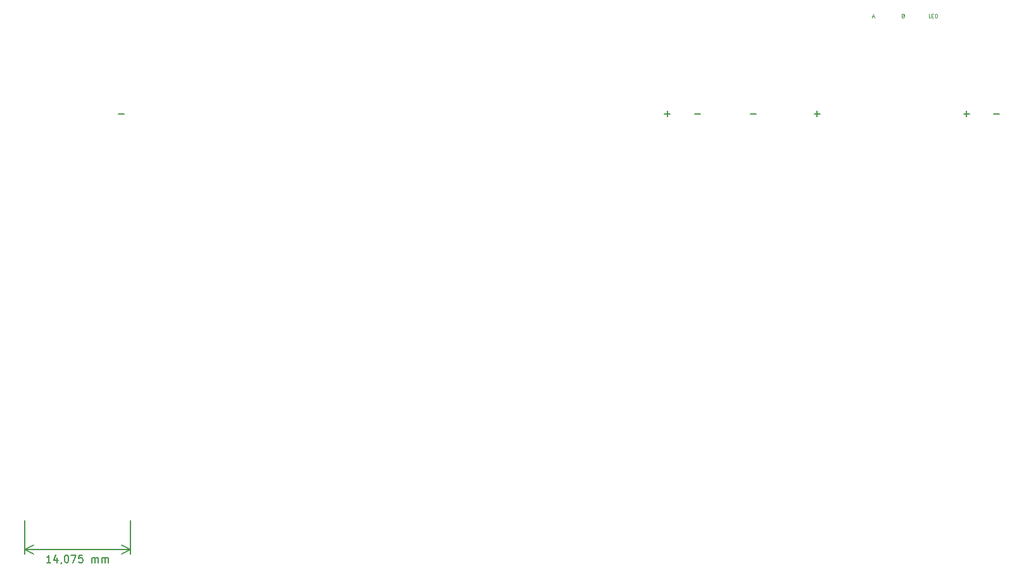
<source format=gbr>
G04 #@! TF.GenerationSoftware,KiCad,Pcbnew,5.1.5-52549c5~84~ubuntu19.04.1*
G04 #@! TF.CreationDate,2020-01-25T14:44:11+01:00*
G04 #@! TF.ProjectId,upuaut_2Nils,75707561-7574-45f3-924e-696c732e6b69,rev?*
G04 #@! TF.SameCoordinates,Original*
G04 #@! TF.FileFunction,Paste,Top*
G04 #@! TF.FilePolarity,Positive*
%FSLAX46Y46*%
G04 Gerber Fmt 4.6, Leading zero omitted, Abs format (unit mm)*
G04 Created by KiCad (PCBNEW 5.1.5-52549c5~84~ubuntu19.04.1) date 2020-01-25 14:44:11*
%MOMM*%
%LPD*%
G04 APERTURE LIST*
%ADD10C,0.150000*%
%ADD11C,0.125000*%
G04 APERTURE END LIST*
D10*
X101619047Y-64571428D02*
X102380952Y-64571428D01*
X174619047Y-64571428D02*
X175380952Y-64571428D01*
X175000000Y-64952380D02*
X175000000Y-64190476D01*
X194619047Y-64571428D02*
X195380952Y-64571428D01*
X195000000Y-64952380D02*
X195000000Y-64190476D01*
X186119047Y-64571428D02*
X186880952Y-64571428D01*
X178619047Y-64571428D02*
X179380952Y-64571428D01*
D11*
X206535714Y-51464285D02*
X206607142Y-51488095D01*
X206630952Y-51511904D01*
X206654761Y-51559523D01*
X206654761Y-51630952D01*
X206630952Y-51678571D01*
X206607142Y-51702380D01*
X206559523Y-51726190D01*
X206369047Y-51726190D01*
X206369047Y-51226190D01*
X206535714Y-51226190D01*
X206583333Y-51250000D01*
X206607142Y-51273809D01*
X206630952Y-51321428D01*
X206630952Y-51369047D01*
X206607142Y-51416666D01*
X206583333Y-51440476D01*
X206535714Y-51464285D01*
X206369047Y-51464285D01*
X202380952Y-51583333D02*
X202619047Y-51583333D01*
X202333333Y-51726190D02*
X202500000Y-51226190D01*
X202666666Y-51726190D01*
X210178571Y-51726190D02*
X209940476Y-51726190D01*
X209940476Y-51226190D01*
X210345238Y-51464285D02*
X210511904Y-51464285D01*
X210583333Y-51726190D02*
X210345238Y-51726190D01*
X210345238Y-51226190D01*
X210583333Y-51226190D01*
X210797619Y-51726190D02*
X210797619Y-51226190D01*
X210916666Y-51226190D01*
X210988095Y-51250000D01*
X211035714Y-51297619D01*
X211059523Y-51345238D01*
X211083333Y-51440476D01*
X211083333Y-51511904D01*
X211059523Y-51607142D01*
X211035714Y-51654761D01*
X210988095Y-51702380D01*
X210916666Y-51726190D01*
X210797619Y-51726190D01*
D10*
X218619047Y-64571428D02*
X219380952Y-64571428D01*
X214619047Y-64571428D02*
X215380952Y-64571428D01*
X215000000Y-64952380D02*
X215000000Y-64190476D01*
X92566071Y-124602380D02*
X91994642Y-124602380D01*
X92280357Y-124602380D02*
X92280357Y-123602380D01*
X92185119Y-123745238D01*
X92089880Y-123840476D01*
X91994642Y-123888095D01*
X93423214Y-123935714D02*
X93423214Y-124602380D01*
X93185119Y-123554761D02*
X92947023Y-124269047D01*
X93566071Y-124269047D01*
X93994642Y-124554761D02*
X93994642Y-124602380D01*
X93947023Y-124697619D01*
X93899404Y-124745238D01*
X94613690Y-123602380D02*
X94708928Y-123602380D01*
X94804166Y-123650000D01*
X94851785Y-123697619D01*
X94899404Y-123792857D01*
X94947023Y-123983333D01*
X94947023Y-124221428D01*
X94899404Y-124411904D01*
X94851785Y-124507142D01*
X94804166Y-124554761D01*
X94708928Y-124602380D01*
X94613690Y-124602380D01*
X94518452Y-124554761D01*
X94470833Y-124507142D01*
X94423214Y-124411904D01*
X94375595Y-124221428D01*
X94375595Y-123983333D01*
X94423214Y-123792857D01*
X94470833Y-123697619D01*
X94518452Y-123650000D01*
X94613690Y-123602380D01*
X95280357Y-123602380D02*
X95947023Y-123602380D01*
X95518452Y-124602380D01*
X96804166Y-123602380D02*
X96327976Y-123602380D01*
X96280357Y-124078571D01*
X96327976Y-124030952D01*
X96423214Y-123983333D01*
X96661309Y-123983333D01*
X96756547Y-124030952D01*
X96804166Y-124078571D01*
X96851785Y-124173809D01*
X96851785Y-124411904D01*
X96804166Y-124507142D01*
X96756547Y-124554761D01*
X96661309Y-124602380D01*
X96423214Y-124602380D01*
X96327976Y-124554761D01*
X96280357Y-124507142D01*
X98042261Y-124602380D02*
X98042261Y-123935714D01*
X98042261Y-124030952D02*
X98089880Y-123983333D01*
X98185119Y-123935714D01*
X98327976Y-123935714D01*
X98423214Y-123983333D01*
X98470833Y-124078571D01*
X98470833Y-124602380D01*
X98470833Y-124078571D02*
X98518452Y-123983333D01*
X98613690Y-123935714D01*
X98756547Y-123935714D01*
X98851785Y-123983333D01*
X98899404Y-124078571D01*
X98899404Y-124602380D01*
X99375595Y-124602380D02*
X99375595Y-123935714D01*
X99375595Y-124030952D02*
X99423214Y-123983333D01*
X99518452Y-123935714D01*
X99661309Y-123935714D01*
X99756547Y-123983333D01*
X99804166Y-124078571D01*
X99804166Y-124602380D01*
X99804166Y-124078571D02*
X99851785Y-123983333D01*
X99947023Y-123935714D01*
X100089880Y-123935714D01*
X100185119Y-123983333D01*
X100232738Y-124078571D01*
X100232738Y-124602380D01*
X103175000Y-122850000D02*
X89100000Y-122850000D01*
X103175000Y-118925000D02*
X103175000Y-123436421D01*
X89100000Y-118925000D02*
X89100000Y-123436421D01*
X89100000Y-122850000D02*
X90226504Y-122263579D01*
X89100000Y-122850000D02*
X90226504Y-123436421D01*
X103175000Y-122850000D02*
X102048496Y-122263579D01*
X103175000Y-122850000D02*
X102048496Y-123436421D01*
M02*

</source>
